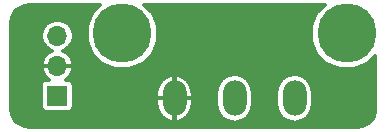
<source format=gbl>
G04 #@! TF.FileFunction,Copper,L2,Bot,Signal*
%FSLAX46Y46*%
G04 Gerber Fmt 4.6, Leading zero omitted, Abs format (unit mm)*
G04 Created by KiCad (PCBNEW 4.0.6-e0-6349~53~ubuntu16.04.1) date Wed May  3 10:51:49 2017*
%MOMM*%
%LPD*%
G01*
G04 APERTURE LIST*
%ADD10C,0.100000*%
%ADD11R,1.700000X1.700000*%
%ADD12O,1.700000X1.700000*%
%ADD13C,5.000000*%
%ADD14O,2.000000X3.000000*%
%ADD15C,0.350000*%
G04 APERTURE END LIST*
D10*
D11*
X4500000Y3210000D03*
D12*
X4500000Y5750000D03*
X4500000Y8290000D03*
D13*
X29000000Y8500000D03*
X10000000Y8500000D03*
D14*
X14420000Y3000000D03*
X19500000Y3000000D03*
X24580000Y3000000D03*
D15*
G36*
X7437025Y10215762D02*
X6975526Y9104349D01*
X6974476Y7900930D01*
X7434035Y6788714D01*
X8284238Y5937025D01*
X9395651Y5475526D01*
X10599070Y5474476D01*
X11711286Y5934035D01*
X12562975Y6784238D01*
X13024474Y7895651D01*
X13025524Y9099070D01*
X12565965Y10211286D01*
X11878453Y10900000D01*
X27122459Y10900000D01*
X26437025Y10215762D01*
X25975526Y9104349D01*
X25974476Y7900930D01*
X26434035Y6788714D01*
X27284238Y5937025D01*
X28395651Y5475526D01*
X29599070Y5474476D01*
X30711286Y5934035D01*
X31400000Y6621547D01*
X31400000Y2059094D01*
X31282572Y1468742D01*
X30981638Y1018362D01*
X30531258Y717429D01*
X29940906Y600000D01*
X2059094Y600000D01*
X1468742Y717428D01*
X1018362Y1018362D01*
X717429Y1468742D01*
X600000Y2059094D01*
X600000Y4060000D01*
X3114715Y4060000D01*
X3114715Y2360000D01*
X3151323Y2165447D01*
X3266304Y1986761D01*
X3441744Y1866888D01*
X3650000Y1824715D01*
X5350000Y1824715D01*
X5544553Y1861323D01*
X5723239Y1976304D01*
X5843112Y2151744D01*
X5885285Y2360000D01*
X5885285Y2995000D01*
X12895000Y2995000D01*
X12895000Y2495000D01*
X13012997Y1911788D01*
X13345198Y1418126D01*
X13841028Y1089170D01*
X14176500Y994565D01*
X14415000Y1106259D01*
X14415000Y2995000D01*
X14425000Y2995000D01*
X14425000Y1106259D01*
X14663500Y994565D01*
X14998972Y1089170D01*
X15494802Y1418126D01*
X15827003Y1911788D01*
X15945000Y2495000D01*
X15945000Y2995000D01*
X14425000Y2995000D01*
X14415000Y2995000D01*
X12895000Y2995000D01*
X5885285Y2995000D01*
X5885285Y3505000D01*
X12895000Y3505000D01*
X12895000Y3005000D01*
X14415000Y3005000D01*
X14415000Y4893741D01*
X14425000Y4893741D01*
X14425000Y3005000D01*
X15945000Y3005000D01*
X15945000Y3505000D01*
X15937986Y3539672D01*
X17975000Y3539672D01*
X17975000Y2460328D01*
X18091084Y1876736D01*
X18421662Y1381990D01*
X18916408Y1051412D01*
X19500000Y935328D01*
X20083592Y1051412D01*
X20578338Y1381990D01*
X20908916Y1876736D01*
X21025000Y2460328D01*
X21025000Y3539672D01*
X23055000Y3539672D01*
X23055000Y2460328D01*
X23171084Y1876736D01*
X23501662Y1381990D01*
X23996408Y1051412D01*
X24580000Y935328D01*
X25163592Y1051412D01*
X25658338Y1381990D01*
X25988916Y1876736D01*
X26105000Y2460328D01*
X26105000Y3539672D01*
X25988916Y4123264D01*
X25658338Y4618010D01*
X25163592Y4948588D01*
X24580000Y5064672D01*
X23996408Y4948588D01*
X23501662Y4618010D01*
X23171084Y4123264D01*
X23055000Y3539672D01*
X21025000Y3539672D01*
X20908916Y4123264D01*
X20578338Y4618010D01*
X20083592Y4948588D01*
X19500000Y5064672D01*
X18916408Y4948588D01*
X18421662Y4618010D01*
X18091084Y4123264D01*
X17975000Y3539672D01*
X15937986Y3539672D01*
X15827003Y4088212D01*
X15494802Y4581874D01*
X14998972Y4910830D01*
X14663500Y5005435D01*
X14425000Y4893741D01*
X14415000Y4893741D01*
X14176500Y5005435D01*
X13841028Y4910830D01*
X13345198Y4581874D01*
X13012997Y4088212D01*
X12895000Y3505000D01*
X5885285Y3505000D01*
X5885285Y4060000D01*
X5848677Y4254553D01*
X5733696Y4433239D01*
X5558256Y4553112D01*
X5350000Y4595285D01*
X5238850Y4595285D01*
X5615329Y4945845D01*
X5838166Y5433876D01*
X5857280Y5529966D01*
X5743740Y5745000D01*
X4505000Y5745000D01*
X4505000Y5725000D01*
X4495000Y5725000D01*
X4495000Y5745000D01*
X3256260Y5745000D01*
X3142720Y5529966D01*
X3161834Y5433876D01*
X3384671Y4945845D01*
X3761150Y4595285D01*
X3650000Y4595285D01*
X3455447Y4558677D01*
X3276761Y4443696D01*
X3156888Y4268256D01*
X3114715Y4060000D01*
X600000Y4060000D01*
X600000Y8290000D01*
X3098062Y8290000D01*
X3202728Y7763810D01*
X3500790Y7317728D01*
X3946872Y7019666D01*
X4010947Y7006921D01*
X3777307Y6919760D01*
X3384671Y6554155D01*
X3161834Y6066124D01*
X3142720Y5970034D01*
X3256260Y5755000D01*
X4495000Y5755000D01*
X4495000Y5775000D01*
X4505000Y5775000D01*
X4505000Y5755000D01*
X5743740Y5755000D01*
X5857280Y5970034D01*
X5838166Y6066124D01*
X5615329Y6554155D01*
X5222693Y6919760D01*
X4989053Y7006921D01*
X5053128Y7019666D01*
X5499210Y7317728D01*
X5797272Y7763810D01*
X5901938Y8290000D01*
X5797272Y8816190D01*
X5499210Y9262272D01*
X5053128Y9560334D01*
X4526938Y9665000D01*
X4473062Y9665000D01*
X3946872Y9560334D01*
X3500790Y9262272D01*
X3202728Y8816190D01*
X3098062Y8290000D01*
X600000Y8290000D01*
X600000Y9440906D01*
X717429Y10031258D01*
X1018362Y10481638D01*
X1468742Y10782572D01*
X2059094Y10900000D01*
X8122459Y10900000D01*
X7437025Y10215762D01*
X7437025Y10215762D01*
G37*
X7437025Y10215762D02*
X6975526Y9104349D01*
X6974476Y7900930D01*
X7434035Y6788714D01*
X8284238Y5937025D01*
X9395651Y5475526D01*
X10599070Y5474476D01*
X11711286Y5934035D01*
X12562975Y6784238D01*
X13024474Y7895651D01*
X13025524Y9099070D01*
X12565965Y10211286D01*
X11878453Y10900000D01*
X27122459Y10900000D01*
X26437025Y10215762D01*
X25975526Y9104349D01*
X25974476Y7900930D01*
X26434035Y6788714D01*
X27284238Y5937025D01*
X28395651Y5475526D01*
X29599070Y5474476D01*
X30711286Y5934035D01*
X31400000Y6621547D01*
X31400000Y2059094D01*
X31282572Y1468742D01*
X30981638Y1018362D01*
X30531258Y717429D01*
X29940906Y600000D01*
X2059094Y600000D01*
X1468742Y717428D01*
X1018362Y1018362D01*
X717429Y1468742D01*
X600000Y2059094D01*
X600000Y4060000D01*
X3114715Y4060000D01*
X3114715Y2360000D01*
X3151323Y2165447D01*
X3266304Y1986761D01*
X3441744Y1866888D01*
X3650000Y1824715D01*
X5350000Y1824715D01*
X5544553Y1861323D01*
X5723239Y1976304D01*
X5843112Y2151744D01*
X5885285Y2360000D01*
X5885285Y2995000D01*
X12895000Y2995000D01*
X12895000Y2495000D01*
X13012997Y1911788D01*
X13345198Y1418126D01*
X13841028Y1089170D01*
X14176500Y994565D01*
X14415000Y1106259D01*
X14415000Y2995000D01*
X14425000Y2995000D01*
X14425000Y1106259D01*
X14663500Y994565D01*
X14998972Y1089170D01*
X15494802Y1418126D01*
X15827003Y1911788D01*
X15945000Y2495000D01*
X15945000Y2995000D01*
X14425000Y2995000D01*
X14415000Y2995000D01*
X12895000Y2995000D01*
X5885285Y2995000D01*
X5885285Y3505000D01*
X12895000Y3505000D01*
X12895000Y3005000D01*
X14415000Y3005000D01*
X14415000Y4893741D01*
X14425000Y4893741D01*
X14425000Y3005000D01*
X15945000Y3005000D01*
X15945000Y3505000D01*
X15937986Y3539672D01*
X17975000Y3539672D01*
X17975000Y2460328D01*
X18091084Y1876736D01*
X18421662Y1381990D01*
X18916408Y1051412D01*
X19500000Y935328D01*
X20083592Y1051412D01*
X20578338Y1381990D01*
X20908916Y1876736D01*
X21025000Y2460328D01*
X21025000Y3539672D01*
X23055000Y3539672D01*
X23055000Y2460328D01*
X23171084Y1876736D01*
X23501662Y1381990D01*
X23996408Y1051412D01*
X24580000Y935328D01*
X25163592Y1051412D01*
X25658338Y1381990D01*
X25988916Y1876736D01*
X26105000Y2460328D01*
X26105000Y3539672D01*
X25988916Y4123264D01*
X25658338Y4618010D01*
X25163592Y4948588D01*
X24580000Y5064672D01*
X23996408Y4948588D01*
X23501662Y4618010D01*
X23171084Y4123264D01*
X23055000Y3539672D01*
X21025000Y3539672D01*
X20908916Y4123264D01*
X20578338Y4618010D01*
X20083592Y4948588D01*
X19500000Y5064672D01*
X18916408Y4948588D01*
X18421662Y4618010D01*
X18091084Y4123264D01*
X17975000Y3539672D01*
X15937986Y3539672D01*
X15827003Y4088212D01*
X15494802Y4581874D01*
X14998972Y4910830D01*
X14663500Y5005435D01*
X14425000Y4893741D01*
X14415000Y4893741D01*
X14176500Y5005435D01*
X13841028Y4910830D01*
X13345198Y4581874D01*
X13012997Y4088212D01*
X12895000Y3505000D01*
X5885285Y3505000D01*
X5885285Y4060000D01*
X5848677Y4254553D01*
X5733696Y4433239D01*
X5558256Y4553112D01*
X5350000Y4595285D01*
X5238850Y4595285D01*
X5615329Y4945845D01*
X5838166Y5433876D01*
X5857280Y5529966D01*
X5743740Y5745000D01*
X4505000Y5745000D01*
X4505000Y5725000D01*
X4495000Y5725000D01*
X4495000Y5745000D01*
X3256260Y5745000D01*
X3142720Y5529966D01*
X3161834Y5433876D01*
X3384671Y4945845D01*
X3761150Y4595285D01*
X3650000Y4595285D01*
X3455447Y4558677D01*
X3276761Y4443696D01*
X3156888Y4268256D01*
X3114715Y4060000D01*
X600000Y4060000D01*
X600000Y8290000D01*
X3098062Y8290000D01*
X3202728Y7763810D01*
X3500790Y7317728D01*
X3946872Y7019666D01*
X4010947Y7006921D01*
X3777307Y6919760D01*
X3384671Y6554155D01*
X3161834Y6066124D01*
X3142720Y5970034D01*
X3256260Y5755000D01*
X4495000Y5755000D01*
X4495000Y5775000D01*
X4505000Y5775000D01*
X4505000Y5755000D01*
X5743740Y5755000D01*
X5857280Y5970034D01*
X5838166Y6066124D01*
X5615329Y6554155D01*
X5222693Y6919760D01*
X4989053Y7006921D01*
X5053128Y7019666D01*
X5499210Y7317728D01*
X5797272Y7763810D01*
X5901938Y8290000D01*
X5797272Y8816190D01*
X5499210Y9262272D01*
X5053128Y9560334D01*
X4526938Y9665000D01*
X4473062Y9665000D01*
X3946872Y9560334D01*
X3500790Y9262272D01*
X3202728Y8816190D01*
X3098062Y8290000D01*
X600000Y8290000D01*
X600000Y9440906D01*
X717429Y10031258D01*
X1018362Y10481638D01*
X1468742Y10782572D01*
X2059094Y10900000D01*
X8122459Y10900000D01*
X7437025Y10215762D01*
M02*

</source>
